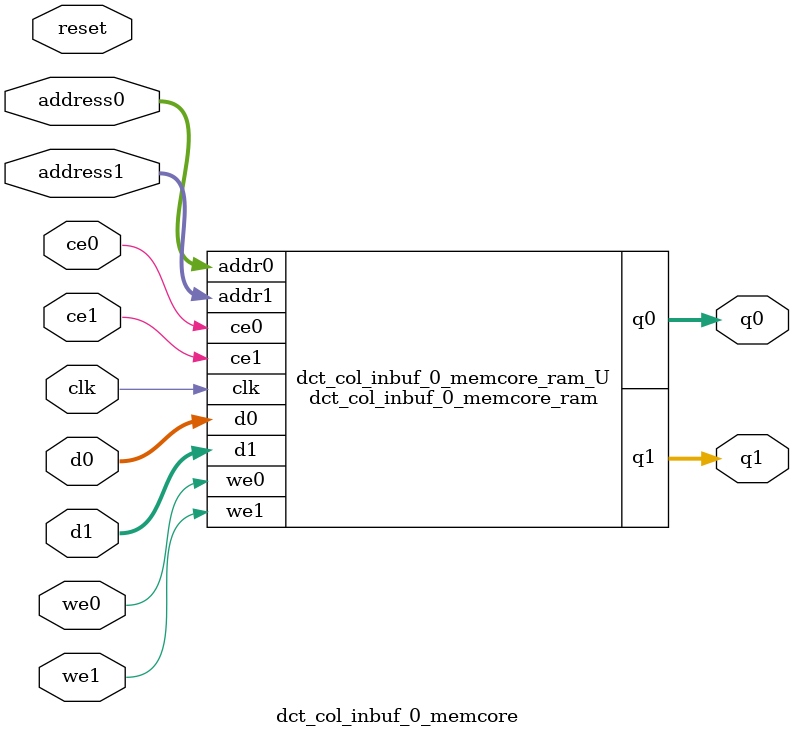
<source format=v>

`timescale 1 ns / 1 ps
module dct_col_inbuf_0_memcore_ram (addr0, ce0, d0, we0, q0, addr1, ce1, d1, we1, q1,  clk);

parameter DWIDTH = 16;
parameter AWIDTH = 4;
parameter MEM_SIZE = 16;

input[AWIDTH-1:0] addr0;
input ce0;
input[DWIDTH-1:0] d0;
input we0;
output reg[DWIDTH-1:0] q0;
input[AWIDTH-1:0] addr1;
input ce1;
input[DWIDTH-1:0] d1;
input we1;
output reg[DWIDTH-1:0] q1;
input clk;

(* ram_style = "distributed" *)reg [DWIDTH-1:0] ram[MEM_SIZE-1:0];




always @(posedge clk)  
begin 
    if (ce0) 
    begin
        if (we0) 
        begin 
            ram[addr0] <= d0; 
            q0 <= d0;
        end 
        else 
            q0 <= ram[addr0];
    end
end


always @(posedge clk)  
begin 
    if (ce1) 
    begin
        if (we1) 
        begin 
            ram[addr1] <= d1; 
            q1 <= d1;
        end 
        else 
            q1 <= ram[addr1];
    end
end


endmodule


`timescale 1 ns / 1 ps
module dct_col_inbuf_0_memcore(
    reset,
    clk,
    address0,
    ce0,
    we0,
    d0,
    q0,
    address1,
    ce1,
    we1,
    d1,
    q1);

parameter DataWidth = 32'd16;
parameter AddressRange = 32'd16;
parameter AddressWidth = 32'd4;
input reset;
input clk;
input[AddressWidth - 1:0] address0;
input ce0;
input we0;
input[DataWidth - 1:0] d0;
output[DataWidth - 1:0] q0;
input[AddressWidth - 1:0] address1;
input ce1;
input we1;
input[DataWidth - 1:0] d1;
output[DataWidth - 1:0] q1;



dct_col_inbuf_0_memcore_ram dct_col_inbuf_0_memcore_ram_U(
    .clk( clk ),
    .addr0( address0 ),
    .ce0( ce0 ),
    .d0( d0 ),
    .we0( we0 ),
    .q0( q0 ),
    .addr1( address1 ),
    .ce1( ce1 ),
    .d1( d1 ),
    .we1( we1 ),
    .q1( q1 ));

endmodule


</source>
